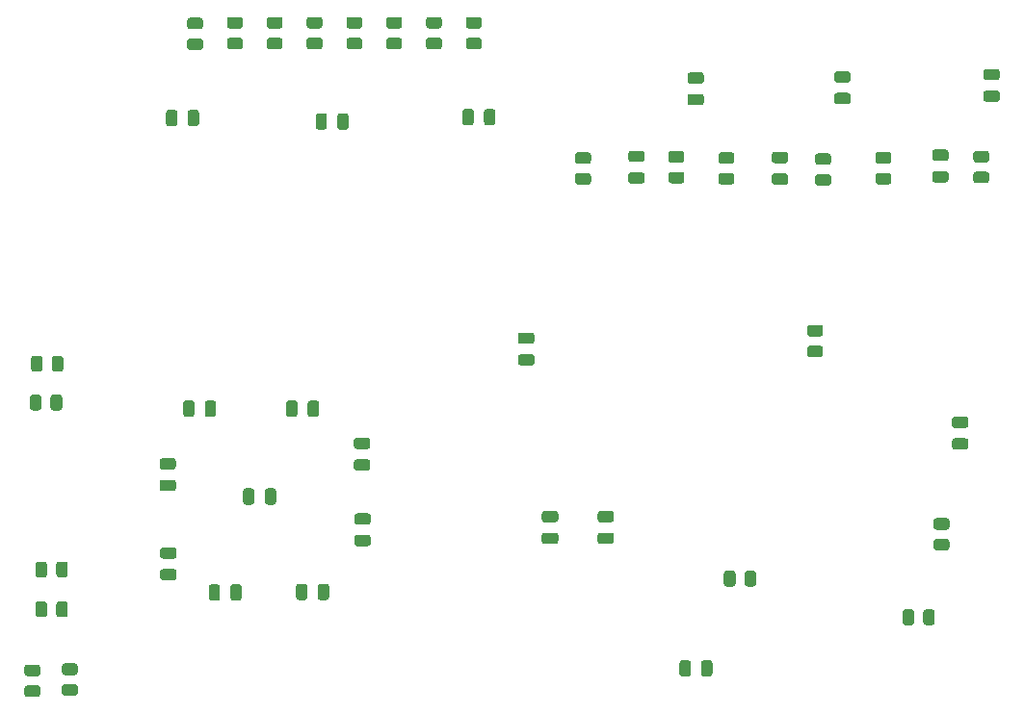
<source format=gbr>
%TF.GenerationSoftware,KiCad,Pcbnew,(5.1.10)-1*%
%TF.CreationDate,2022-03-07T13:38:47+08:00*%
%TF.ProjectId,MAX7000-GPU,4d415837-3030-4302-9d47-50552e6b6963,rev?*%
%TF.SameCoordinates,Original*%
%TF.FileFunction,Paste,Bot*%
%TF.FilePolarity,Positive*%
%FSLAX46Y46*%
G04 Gerber Fmt 4.6, Leading zero omitted, Abs format (unit mm)*
G04 Created by KiCad (PCBNEW (5.1.10)-1) date 2022-03-07 13:38:47*
%MOMM*%
%LPD*%
G01*
G04 APERTURE LIST*
G04 APERTURE END LIST*
%TO.C,R25*%
G36*
G01*
X227350001Y-54000000D02*
X226449999Y-54000000D01*
G75*
G02*
X226200000Y-53750001I0J249999D01*
G01*
X226200000Y-53224999D01*
G75*
G02*
X226449999Y-52975000I249999J0D01*
G01*
X227350001Y-52975000D01*
G75*
G02*
X227600000Y-53224999I0J-249999D01*
G01*
X227600000Y-53750001D01*
G75*
G02*
X227350001Y-54000000I-249999J0D01*
G01*
G37*
G36*
G01*
X227350001Y-55825000D02*
X226449999Y-55825000D01*
G75*
G02*
X226200000Y-55575001I0J249999D01*
G01*
X226200000Y-55049999D01*
G75*
G02*
X226449999Y-54800000I249999J0D01*
G01*
X227350001Y-54800000D01*
G75*
G02*
X227600000Y-55049999I0J-249999D01*
G01*
X227600000Y-55575001D01*
G75*
G02*
X227350001Y-55825000I-249999J0D01*
G01*
G37*
%TD*%
%TO.C,R24*%
G36*
G01*
X223850001Y-54000000D02*
X222949999Y-54000000D01*
G75*
G02*
X222700000Y-53750001I0J249999D01*
G01*
X222700000Y-53224999D01*
G75*
G02*
X222949999Y-52975000I249999J0D01*
G01*
X223850001Y-52975000D01*
G75*
G02*
X224100000Y-53224999I0J-249999D01*
G01*
X224100000Y-53750001D01*
G75*
G02*
X223850001Y-54000000I-249999J0D01*
G01*
G37*
G36*
G01*
X223850001Y-55825000D02*
X222949999Y-55825000D01*
G75*
G02*
X222700000Y-55575001I0J249999D01*
G01*
X222700000Y-55049999D01*
G75*
G02*
X222949999Y-54800000I249999J0D01*
G01*
X223850001Y-54800000D01*
G75*
G02*
X224100000Y-55049999I0J-249999D01*
G01*
X224100000Y-55575001D01*
G75*
G02*
X223850001Y-55825000I-249999J0D01*
G01*
G37*
%TD*%
%TO.C,R23*%
G36*
G01*
X220350001Y-54000000D02*
X219449999Y-54000000D01*
G75*
G02*
X219200000Y-53750001I0J249999D01*
G01*
X219200000Y-53224999D01*
G75*
G02*
X219449999Y-52975000I249999J0D01*
G01*
X220350001Y-52975000D01*
G75*
G02*
X220600000Y-53224999I0J-249999D01*
G01*
X220600000Y-53750001D01*
G75*
G02*
X220350001Y-54000000I-249999J0D01*
G01*
G37*
G36*
G01*
X220350001Y-55825000D02*
X219449999Y-55825000D01*
G75*
G02*
X219200000Y-55575001I0J249999D01*
G01*
X219200000Y-55049999D01*
G75*
G02*
X219449999Y-54800000I249999J0D01*
G01*
X220350001Y-54800000D01*
G75*
G02*
X220600000Y-55049999I0J-249999D01*
G01*
X220600000Y-55575001D01*
G75*
G02*
X220350001Y-55825000I-249999J0D01*
G01*
G37*
%TD*%
%TO.C,R22*%
G36*
G01*
X216850001Y-54000000D02*
X215949999Y-54000000D01*
G75*
G02*
X215700000Y-53750001I0J249999D01*
G01*
X215700000Y-53224999D01*
G75*
G02*
X215949999Y-52975000I249999J0D01*
G01*
X216850001Y-52975000D01*
G75*
G02*
X217100000Y-53224999I0J-249999D01*
G01*
X217100000Y-53750001D01*
G75*
G02*
X216850001Y-54000000I-249999J0D01*
G01*
G37*
G36*
G01*
X216850001Y-55825000D02*
X215949999Y-55825000D01*
G75*
G02*
X215700000Y-55575001I0J249999D01*
G01*
X215700000Y-55049999D01*
G75*
G02*
X215949999Y-54800000I249999J0D01*
G01*
X216850001Y-54800000D01*
G75*
G02*
X217100000Y-55049999I0J-249999D01*
G01*
X217100000Y-55575001D01*
G75*
G02*
X216850001Y-55825000I-249999J0D01*
G01*
G37*
%TD*%
%TO.C,R21*%
G36*
G01*
X213350001Y-54000000D02*
X212449999Y-54000000D01*
G75*
G02*
X212200000Y-53750001I0J249999D01*
G01*
X212200000Y-53224999D01*
G75*
G02*
X212449999Y-52975000I249999J0D01*
G01*
X213350001Y-52975000D01*
G75*
G02*
X213600000Y-53224999I0J-249999D01*
G01*
X213600000Y-53750001D01*
G75*
G02*
X213350001Y-54000000I-249999J0D01*
G01*
G37*
G36*
G01*
X213350001Y-55825000D02*
X212449999Y-55825000D01*
G75*
G02*
X212200000Y-55575001I0J249999D01*
G01*
X212200000Y-55049999D01*
G75*
G02*
X212449999Y-54800000I249999J0D01*
G01*
X213350001Y-54800000D01*
G75*
G02*
X213600000Y-55049999I0J-249999D01*
G01*
X213600000Y-55575001D01*
G75*
G02*
X213350001Y-55825000I-249999J0D01*
G01*
G37*
%TD*%
%TO.C,R20*%
G36*
G01*
X209850001Y-54000000D02*
X208949999Y-54000000D01*
G75*
G02*
X208700000Y-53750001I0J249999D01*
G01*
X208700000Y-53224999D01*
G75*
G02*
X208949999Y-52975000I249999J0D01*
G01*
X209850001Y-52975000D01*
G75*
G02*
X210100000Y-53224999I0J-249999D01*
G01*
X210100000Y-53750001D01*
G75*
G02*
X209850001Y-54000000I-249999J0D01*
G01*
G37*
G36*
G01*
X209850001Y-55825000D02*
X208949999Y-55825000D01*
G75*
G02*
X208700000Y-55575001I0J249999D01*
G01*
X208700000Y-55049999D01*
G75*
G02*
X208949999Y-54800000I249999J0D01*
G01*
X209850001Y-54800000D01*
G75*
G02*
X210100000Y-55049999I0J-249999D01*
G01*
X210100000Y-55575001D01*
G75*
G02*
X209850001Y-55825000I-249999J0D01*
G01*
G37*
%TD*%
%TO.C,R19*%
G36*
G01*
X188550001Y-110988000D02*
X187649999Y-110988000D01*
G75*
G02*
X187400000Y-110738001I0J249999D01*
G01*
X187400000Y-110212999D01*
G75*
G02*
X187649999Y-109963000I249999J0D01*
G01*
X188550001Y-109963000D01*
G75*
G02*
X188800000Y-110212999I0J-249999D01*
G01*
X188800000Y-110738001D01*
G75*
G02*
X188550001Y-110988000I-249999J0D01*
G01*
G37*
G36*
G01*
X188550001Y-112813000D02*
X187649999Y-112813000D01*
G75*
G02*
X187400000Y-112563001I0J249999D01*
G01*
X187400000Y-112037999D01*
G75*
G02*
X187649999Y-111788000I249999J0D01*
G01*
X188550001Y-111788000D01*
G75*
G02*
X188800000Y-112037999I0J-249999D01*
G01*
X188800000Y-112563001D01*
G75*
G02*
X188550001Y-112813000I-249999J0D01*
G01*
G37*
%TD*%
%TO.C,R18*%
G36*
G01*
X191850001Y-110888000D02*
X190949999Y-110888000D01*
G75*
G02*
X190700000Y-110638001I0J249999D01*
G01*
X190700000Y-110112999D01*
G75*
G02*
X190949999Y-109863000I249999J0D01*
G01*
X191850001Y-109863000D01*
G75*
G02*
X192100000Y-110112999I0J-249999D01*
G01*
X192100000Y-110638001D01*
G75*
G02*
X191850001Y-110888000I-249999J0D01*
G01*
G37*
G36*
G01*
X191850001Y-112713000D02*
X190949999Y-112713000D01*
G75*
G02*
X190700000Y-112463001I0J249999D01*
G01*
X190700000Y-111937999D01*
G75*
G02*
X190949999Y-111688000I249999J0D01*
G01*
X191850001Y-111688000D01*
G75*
G02*
X192100000Y-111937999I0J-249999D01*
G01*
X192100000Y-112463001D01*
G75*
G02*
X191850001Y-112713000I-249999J0D01*
G01*
G37*
%TD*%
%TO.C,R17*%
G36*
G01*
X206350001Y-54000000D02*
X205449999Y-54000000D01*
G75*
G02*
X205200000Y-53750001I0J249999D01*
G01*
X205200000Y-53224999D01*
G75*
G02*
X205449999Y-52975000I249999J0D01*
G01*
X206350001Y-52975000D01*
G75*
G02*
X206600000Y-53224999I0J-249999D01*
G01*
X206600000Y-53750001D01*
G75*
G02*
X206350001Y-54000000I-249999J0D01*
G01*
G37*
G36*
G01*
X206350001Y-55825000D02*
X205449999Y-55825000D01*
G75*
G02*
X205200000Y-55575001I0J249999D01*
G01*
X205200000Y-55049999D01*
G75*
G02*
X205449999Y-54800000I249999J0D01*
G01*
X206350001Y-54800000D01*
G75*
G02*
X206600000Y-55049999I0J-249999D01*
G01*
X206600000Y-55575001D01*
G75*
G02*
X206350001Y-55825000I-249999J0D01*
G01*
G37*
%TD*%
%TO.C,R16*%
G36*
G01*
X189400000Y-104649999D02*
X189400000Y-105550001D01*
G75*
G02*
X189150001Y-105800000I-249999J0D01*
G01*
X188624999Y-105800000D01*
G75*
G02*
X188375000Y-105550001I0J249999D01*
G01*
X188375000Y-104649999D01*
G75*
G02*
X188624999Y-104400000I249999J0D01*
G01*
X189150001Y-104400000D01*
G75*
G02*
X189400000Y-104649999I0J-249999D01*
G01*
G37*
G36*
G01*
X191225000Y-104649999D02*
X191225000Y-105550001D01*
G75*
G02*
X190975001Y-105800000I-249999J0D01*
G01*
X190449999Y-105800000D01*
G75*
G02*
X190200000Y-105550001I0J249999D01*
G01*
X190200000Y-104649999D01*
G75*
G02*
X190449999Y-104400000I249999J0D01*
G01*
X190975001Y-104400000D01*
G75*
G02*
X191225000Y-104649999I0J-249999D01*
G01*
G37*
%TD*%
%TO.C,R15*%
G36*
G01*
X189400000Y-101149999D02*
X189400000Y-102050001D01*
G75*
G02*
X189150001Y-102300000I-249999J0D01*
G01*
X188624999Y-102300000D01*
G75*
G02*
X188375000Y-102050001I0J249999D01*
G01*
X188375000Y-101149999D01*
G75*
G02*
X188624999Y-100900000I249999J0D01*
G01*
X189150001Y-100900000D01*
G75*
G02*
X189400000Y-101149999I0J-249999D01*
G01*
G37*
G36*
G01*
X191225000Y-101149999D02*
X191225000Y-102050001D01*
G75*
G02*
X190975001Y-102300000I-249999J0D01*
G01*
X190449999Y-102300000D01*
G75*
G02*
X190200000Y-102050001I0J249999D01*
G01*
X190200000Y-101149999D01*
G75*
G02*
X190449999Y-100900000I249999J0D01*
G01*
X190975001Y-100900000D01*
G75*
G02*
X191225000Y-101149999I0J-249999D01*
G01*
G37*
%TD*%
%TO.C,R14*%
G36*
G01*
X189700000Y-87350001D02*
X189700000Y-86449999D01*
G75*
G02*
X189949999Y-86200000I249999J0D01*
G01*
X190475001Y-86200000D01*
G75*
G02*
X190725000Y-86449999I0J-249999D01*
G01*
X190725000Y-87350001D01*
G75*
G02*
X190475001Y-87600000I-249999J0D01*
G01*
X189949999Y-87600000D01*
G75*
G02*
X189700000Y-87350001I0J249999D01*
G01*
G37*
G36*
G01*
X187875000Y-87350001D02*
X187875000Y-86449999D01*
G75*
G02*
X188124999Y-86200000I249999J0D01*
G01*
X188650001Y-86200000D01*
G75*
G02*
X188900000Y-86449999I0J-249999D01*
G01*
X188900000Y-87350001D01*
G75*
G02*
X188650001Y-87600000I-249999J0D01*
G01*
X188124999Y-87600000D01*
G75*
G02*
X187875000Y-87350001I0J249999D01*
G01*
G37*
%TD*%
%TO.C,R13*%
G36*
G01*
X189800000Y-83950001D02*
X189800000Y-83049999D01*
G75*
G02*
X190049999Y-82800000I249999J0D01*
G01*
X190575001Y-82800000D01*
G75*
G02*
X190825000Y-83049999I0J-249999D01*
G01*
X190825000Y-83950001D01*
G75*
G02*
X190575001Y-84200000I-249999J0D01*
G01*
X190049999Y-84200000D01*
G75*
G02*
X189800000Y-83950001I0J249999D01*
G01*
G37*
G36*
G01*
X187975000Y-83950001D02*
X187975000Y-83049999D01*
G75*
G02*
X188224999Y-82800000I249999J0D01*
G01*
X188750001Y-82800000D01*
G75*
G02*
X189000000Y-83049999I0J-249999D01*
G01*
X189000000Y-83950001D01*
G75*
G02*
X188750001Y-84200000I-249999J0D01*
G01*
X188224999Y-84200000D01*
G75*
G02*
X187975000Y-83950001I0J249999D01*
G01*
G37*
%TD*%
%TO.C,R12*%
G36*
G01*
X202850001Y-54062500D02*
X201949999Y-54062500D01*
G75*
G02*
X201700000Y-53812501I0J249999D01*
G01*
X201700000Y-53287499D01*
G75*
G02*
X201949999Y-53037500I249999J0D01*
G01*
X202850001Y-53037500D01*
G75*
G02*
X203100000Y-53287499I0J-249999D01*
G01*
X203100000Y-53812501D01*
G75*
G02*
X202850001Y-54062500I-249999J0D01*
G01*
G37*
G36*
G01*
X202850001Y-55887500D02*
X201949999Y-55887500D01*
G75*
G02*
X201700000Y-55637501I0J249999D01*
G01*
X201700000Y-55112499D01*
G75*
G02*
X201949999Y-54862500I249999J0D01*
G01*
X202850001Y-54862500D01*
G75*
G02*
X203100000Y-55112499I0J-249999D01*
G01*
X203100000Y-55637501D01*
G75*
G02*
X202850001Y-55887500I-249999J0D01*
G01*
G37*
%TD*%
%TO.C,R11*%
G36*
G01*
X271049999Y-66587500D02*
X271950001Y-66587500D01*
G75*
G02*
X272200000Y-66837499I0J-249999D01*
G01*
X272200000Y-67362501D01*
G75*
G02*
X271950001Y-67612500I-249999J0D01*
G01*
X271049999Y-67612500D01*
G75*
G02*
X270800000Y-67362501I0J249999D01*
G01*
X270800000Y-66837499D01*
G75*
G02*
X271049999Y-66587500I249999J0D01*
G01*
G37*
G36*
G01*
X271049999Y-64762500D02*
X271950001Y-64762500D01*
G75*
G02*
X272200000Y-65012499I0J-249999D01*
G01*
X272200000Y-65537501D01*
G75*
G02*
X271950001Y-65787500I-249999J0D01*
G01*
X271049999Y-65787500D01*
G75*
G02*
X270800000Y-65537501I0J249999D01*
G01*
X270800000Y-65012499D01*
G75*
G02*
X271049999Y-64762500I249999J0D01*
G01*
G37*
%TD*%
%TO.C,R10*%
G36*
G01*
X265600000Y-105349999D02*
X265600000Y-106250001D01*
G75*
G02*
X265350001Y-106500000I-249999J0D01*
G01*
X264824999Y-106500000D01*
G75*
G02*
X264575000Y-106250001I0J249999D01*
G01*
X264575000Y-105349999D01*
G75*
G02*
X264824999Y-105100000I249999J0D01*
G01*
X265350001Y-105100000D01*
G75*
G02*
X265600000Y-105349999I0J-249999D01*
G01*
G37*
G36*
G01*
X267425000Y-105349999D02*
X267425000Y-106250001D01*
G75*
G02*
X267175001Y-106500000I-249999J0D01*
G01*
X266649999Y-106500000D01*
G75*
G02*
X266400000Y-106250001I0J249999D01*
G01*
X266400000Y-105349999D01*
G75*
G02*
X266649999Y-105100000I249999J0D01*
G01*
X267175001Y-105100000D01*
G75*
G02*
X267425000Y-105349999I0J-249999D01*
G01*
G37*
%TD*%
%TO.C,R9*%
G36*
G01*
X262449999Y-66687500D02*
X263350001Y-66687500D01*
G75*
G02*
X263600000Y-66937499I0J-249999D01*
G01*
X263600000Y-67462501D01*
G75*
G02*
X263350001Y-67712500I-249999J0D01*
G01*
X262449999Y-67712500D01*
G75*
G02*
X262200000Y-67462501I0J249999D01*
G01*
X262200000Y-66937499D01*
G75*
G02*
X262449999Y-66687500I249999J0D01*
G01*
G37*
G36*
G01*
X262449999Y-64862500D02*
X263350001Y-64862500D01*
G75*
G02*
X263600000Y-65112499I0J-249999D01*
G01*
X263600000Y-65637501D01*
G75*
G02*
X263350001Y-65887500I-249999J0D01*
G01*
X262449999Y-65887500D01*
G75*
G02*
X262200000Y-65637501I0J249999D01*
G01*
X262200000Y-65112499D01*
G75*
G02*
X262449999Y-64862500I249999J0D01*
G01*
G37*
%TD*%
%TO.C,R8*%
G36*
G01*
X257350001Y-81100000D02*
X256449999Y-81100000D01*
G75*
G02*
X256200000Y-80850001I0J249999D01*
G01*
X256200000Y-80324999D01*
G75*
G02*
X256449999Y-80075000I249999J0D01*
G01*
X257350001Y-80075000D01*
G75*
G02*
X257600000Y-80324999I0J-249999D01*
G01*
X257600000Y-80850001D01*
G75*
G02*
X257350001Y-81100000I-249999J0D01*
G01*
G37*
G36*
G01*
X257350001Y-82925000D02*
X256449999Y-82925000D01*
G75*
G02*
X256200000Y-82675001I0J249999D01*
G01*
X256200000Y-82149999D01*
G75*
G02*
X256449999Y-81900000I249999J0D01*
G01*
X257350001Y-81900000D01*
G75*
G02*
X257600000Y-82149999I0J-249999D01*
G01*
X257600000Y-82675001D01*
G75*
G02*
X257350001Y-82925000I-249999J0D01*
G01*
G37*
%TD*%
%TO.C,R7*%
G36*
G01*
X257149999Y-66800000D02*
X258050001Y-66800000D01*
G75*
G02*
X258300000Y-67049999I0J-249999D01*
G01*
X258300000Y-67575001D01*
G75*
G02*
X258050001Y-67825000I-249999J0D01*
G01*
X257149999Y-67825000D01*
G75*
G02*
X256900000Y-67575001I0J249999D01*
G01*
X256900000Y-67049999D01*
G75*
G02*
X257149999Y-66800000I249999J0D01*
G01*
G37*
G36*
G01*
X257149999Y-64975000D02*
X258050001Y-64975000D01*
G75*
G02*
X258300000Y-65224999I0J-249999D01*
G01*
X258300000Y-65750001D01*
G75*
G02*
X258050001Y-66000000I-249999J0D01*
G01*
X257149999Y-66000000D01*
G75*
G02*
X256900000Y-65750001I0J249999D01*
G01*
X256900000Y-65224999D01*
G75*
G02*
X257149999Y-64975000I249999J0D01*
G01*
G37*
%TD*%
%TO.C,R6*%
G36*
G01*
X268450001Y-98100000D02*
X267549999Y-98100000D01*
G75*
G02*
X267300000Y-97850001I0J249999D01*
G01*
X267300000Y-97324999D01*
G75*
G02*
X267549999Y-97075000I249999J0D01*
G01*
X268450001Y-97075000D01*
G75*
G02*
X268700000Y-97324999I0J-249999D01*
G01*
X268700000Y-97850001D01*
G75*
G02*
X268450001Y-98100000I-249999J0D01*
G01*
G37*
G36*
G01*
X268450001Y-99925000D02*
X267549999Y-99925000D01*
G75*
G02*
X267300000Y-99675001I0J249999D01*
G01*
X267300000Y-99149999D01*
G75*
G02*
X267549999Y-98900000I249999J0D01*
G01*
X268450001Y-98900000D01*
G75*
G02*
X268700000Y-99149999I0J-249999D01*
G01*
X268700000Y-99675001D01*
G75*
G02*
X268450001Y-99925000I-249999J0D01*
G01*
G37*
%TD*%
%TO.C,R5*%
G36*
G01*
X248649999Y-66712500D02*
X249550001Y-66712500D01*
G75*
G02*
X249800000Y-66962499I0J-249999D01*
G01*
X249800000Y-67487501D01*
G75*
G02*
X249550001Y-67737500I-249999J0D01*
G01*
X248649999Y-67737500D01*
G75*
G02*
X248400000Y-67487501I0J249999D01*
G01*
X248400000Y-66962499D01*
G75*
G02*
X248649999Y-66712500I249999J0D01*
G01*
G37*
G36*
G01*
X248649999Y-64887500D02*
X249550001Y-64887500D01*
G75*
G02*
X249800000Y-65137499I0J-249999D01*
G01*
X249800000Y-65662501D01*
G75*
G02*
X249550001Y-65912500I-249999J0D01*
G01*
X248649999Y-65912500D01*
G75*
G02*
X248400000Y-65662501I0J249999D01*
G01*
X248400000Y-65137499D01*
G75*
G02*
X248649999Y-64887500I249999J0D01*
G01*
G37*
%TD*%
%TO.C,R3*%
G36*
G01*
X244249999Y-66600000D02*
X245150001Y-66600000D01*
G75*
G02*
X245400000Y-66849999I0J-249999D01*
G01*
X245400000Y-67375001D01*
G75*
G02*
X245150001Y-67625000I-249999J0D01*
G01*
X244249999Y-67625000D01*
G75*
G02*
X244000000Y-67375001I0J249999D01*
G01*
X244000000Y-66849999D01*
G75*
G02*
X244249999Y-66600000I249999J0D01*
G01*
G37*
G36*
G01*
X244249999Y-64775000D02*
X245150001Y-64775000D01*
G75*
G02*
X245400000Y-65024999I0J-249999D01*
G01*
X245400000Y-65550001D01*
G75*
G02*
X245150001Y-65800000I-249999J0D01*
G01*
X244249999Y-65800000D01*
G75*
G02*
X244000000Y-65550001I0J249999D01*
G01*
X244000000Y-65024999D01*
G75*
G02*
X244249999Y-64775000I249999J0D01*
G01*
G37*
%TD*%
%TO.C,R2*%
G36*
G01*
X236049999Y-66712500D02*
X236950001Y-66712500D01*
G75*
G02*
X237200000Y-66962499I0J-249999D01*
G01*
X237200000Y-67487501D01*
G75*
G02*
X236950001Y-67737500I-249999J0D01*
G01*
X236049999Y-67737500D01*
G75*
G02*
X235800000Y-67487501I0J249999D01*
G01*
X235800000Y-66962499D01*
G75*
G02*
X236049999Y-66712500I249999J0D01*
G01*
G37*
G36*
G01*
X236049999Y-64887500D02*
X236950001Y-64887500D01*
G75*
G02*
X237200000Y-65137499I0J-249999D01*
G01*
X237200000Y-65662501D01*
G75*
G02*
X236950001Y-65912500I-249999J0D01*
G01*
X236049999Y-65912500D01*
G75*
G02*
X235800000Y-65662501I0J249999D01*
G01*
X235800000Y-65137499D01*
G75*
G02*
X236049999Y-64887500I249999J0D01*
G01*
G37*
%TD*%
%TO.C,R1*%
G36*
G01*
X249900000Y-101949999D02*
X249900000Y-102850001D01*
G75*
G02*
X249650001Y-103100000I-249999J0D01*
G01*
X249124999Y-103100000D01*
G75*
G02*
X248875000Y-102850001I0J249999D01*
G01*
X248875000Y-101949999D01*
G75*
G02*
X249124999Y-101700000I249999J0D01*
G01*
X249650001Y-101700000D01*
G75*
G02*
X249900000Y-101949999I0J-249999D01*
G01*
G37*
G36*
G01*
X251725000Y-101949999D02*
X251725000Y-102850001D01*
G75*
G02*
X251475001Y-103100000I-249999J0D01*
G01*
X250949999Y-103100000D01*
G75*
G02*
X250700000Y-102850001I0J249999D01*
G01*
X250700000Y-101949999D01*
G75*
G02*
X250949999Y-101700000I249999J0D01*
G01*
X251475001Y-101700000D01*
G75*
G02*
X251725000Y-101949999I0J-249999D01*
G01*
G37*
%TD*%
%TO.C,C23*%
G36*
G01*
X267425000Y-66550000D02*
X268375000Y-66550000D01*
G75*
G02*
X268625000Y-66800000I0J-250000D01*
G01*
X268625000Y-67300000D01*
G75*
G02*
X268375000Y-67550000I-250000J0D01*
G01*
X267425000Y-67550000D01*
G75*
G02*
X267175000Y-67300000I0J250000D01*
G01*
X267175000Y-66800000D01*
G75*
G02*
X267425000Y-66550000I250000J0D01*
G01*
G37*
G36*
G01*
X267425000Y-64650000D02*
X268375000Y-64650000D01*
G75*
G02*
X268625000Y-64900000I0J-250000D01*
G01*
X268625000Y-65400000D01*
G75*
G02*
X268375000Y-65650000I-250000J0D01*
G01*
X267425000Y-65650000D01*
G75*
G02*
X267175000Y-65400000I0J250000D01*
G01*
X267175000Y-64900000D01*
G75*
G02*
X267425000Y-64650000I250000J0D01*
G01*
G37*
%TD*%
%TO.C,C22*%
G36*
G01*
X272875000Y-58550000D02*
X271925000Y-58550000D01*
G75*
G02*
X271675000Y-58300000I0J250000D01*
G01*
X271675000Y-57800000D01*
G75*
G02*
X271925000Y-57550000I250000J0D01*
G01*
X272875000Y-57550000D01*
G75*
G02*
X273125000Y-57800000I0J-250000D01*
G01*
X273125000Y-58300000D01*
G75*
G02*
X272875000Y-58550000I-250000J0D01*
G01*
G37*
G36*
G01*
X272875000Y-60450000D02*
X271925000Y-60450000D01*
G75*
G02*
X271675000Y-60200000I0J250000D01*
G01*
X271675000Y-59700000D01*
G75*
G02*
X271925000Y-59450000I250000J0D01*
G01*
X272875000Y-59450000D01*
G75*
G02*
X273125000Y-59700000I0J-250000D01*
G01*
X273125000Y-60200000D01*
G75*
G02*
X272875000Y-60450000I-250000J0D01*
G01*
G37*
%TD*%
%TO.C,C21*%
G36*
G01*
X253325000Y-66750000D02*
X254275000Y-66750000D01*
G75*
G02*
X254525000Y-67000000I0J-250000D01*
G01*
X254525000Y-67500000D01*
G75*
G02*
X254275000Y-67750000I-250000J0D01*
G01*
X253325000Y-67750000D01*
G75*
G02*
X253075000Y-67500000I0J250000D01*
G01*
X253075000Y-67000000D01*
G75*
G02*
X253325000Y-66750000I250000J0D01*
G01*
G37*
G36*
G01*
X253325000Y-64850000D02*
X254275000Y-64850000D01*
G75*
G02*
X254525000Y-65100000I0J-250000D01*
G01*
X254525000Y-65600000D01*
G75*
G02*
X254275000Y-65850000I-250000J0D01*
G01*
X253325000Y-65850000D01*
G75*
G02*
X253075000Y-65600000I0J250000D01*
G01*
X253075000Y-65100000D01*
G75*
G02*
X253325000Y-64850000I250000J0D01*
G01*
G37*
%TD*%
%TO.C,C20*%
G36*
G01*
X259775000Y-58750000D02*
X258825000Y-58750000D01*
G75*
G02*
X258575000Y-58500000I0J250000D01*
G01*
X258575000Y-58000000D01*
G75*
G02*
X258825000Y-57750000I250000J0D01*
G01*
X259775000Y-57750000D01*
G75*
G02*
X260025000Y-58000000I0J-250000D01*
G01*
X260025000Y-58500000D01*
G75*
G02*
X259775000Y-58750000I-250000J0D01*
G01*
G37*
G36*
G01*
X259775000Y-60650000D02*
X258825000Y-60650000D01*
G75*
G02*
X258575000Y-60400000I0J250000D01*
G01*
X258575000Y-59900000D01*
G75*
G02*
X258825000Y-59650000I250000J0D01*
G01*
X259775000Y-59650000D01*
G75*
G02*
X260025000Y-59900000I0J-250000D01*
G01*
X260025000Y-60400000D01*
G75*
G02*
X259775000Y-60650000I-250000J0D01*
G01*
G37*
%TD*%
%TO.C,C19*%
G36*
G01*
X234075000Y-97450000D02*
X233125000Y-97450000D01*
G75*
G02*
X232875000Y-97200000I0J250000D01*
G01*
X232875000Y-96700000D01*
G75*
G02*
X233125000Y-96450000I250000J0D01*
G01*
X234075000Y-96450000D01*
G75*
G02*
X234325000Y-96700000I0J-250000D01*
G01*
X234325000Y-97200000D01*
G75*
G02*
X234075000Y-97450000I-250000J0D01*
G01*
G37*
G36*
G01*
X234075000Y-99350000D02*
X233125000Y-99350000D01*
G75*
G02*
X232875000Y-99100000I0J250000D01*
G01*
X232875000Y-98600000D01*
G75*
G02*
X233125000Y-98350000I250000J0D01*
G01*
X234075000Y-98350000D01*
G75*
G02*
X234325000Y-98600000I0J-250000D01*
G01*
X234325000Y-99100000D01*
G75*
G02*
X234075000Y-99350000I-250000J0D01*
G01*
G37*
%TD*%
%TO.C,C18*%
G36*
G01*
X238975000Y-97450000D02*
X238025000Y-97450000D01*
G75*
G02*
X237775000Y-97200000I0J250000D01*
G01*
X237775000Y-96700000D01*
G75*
G02*
X238025000Y-96450000I250000J0D01*
G01*
X238975000Y-96450000D01*
G75*
G02*
X239225000Y-96700000I0J-250000D01*
G01*
X239225000Y-97200000D01*
G75*
G02*
X238975000Y-97450000I-250000J0D01*
G01*
G37*
G36*
G01*
X238975000Y-99350000D02*
X238025000Y-99350000D01*
G75*
G02*
X237775000Y-99100000I0J250000D01*
G01*
X237775000Y-98600000D01*
G75*
G02*
X238025000Y-98350000I250000J0D01*
G01*
X238975000Y-98350000D01*
G75*
G02*
X239225000Y-98600000I0J-250000D01*
G01*
X239225000Y-99100000D01*
G75*
G02*
X238975000Y-99350000I-250000J0D01*
G01*
G37*
%TD*%
%TO.C,C17*%
G36*
G01*
X240725000Y-66650000D02*
X241675000Y-66650000D01*
G75*
G02*
X241925000Y-66900000I0J-250000D01*
G01*
X241925000Y-67400000D01*
G75*
G02*
X241675000Y-67650000I-250000J0D01*
G01*
X240725000Y-67650000D01*
G75*
G02*
X240475000Y-67400000I0J250000D01*
G01*
X240475000Y-66900000D01*
G75*
G02*
X240725000Y-66650000I250000J0D01*
G01*
G37*
G36*
G01*
X240725000Y-64750000D02*
X241675000Y-64750000D01*
G75*
G02*
X241925000Y-65000000I0J-250000D01*
G01*
X241925000Y-65500000D01*
G75*
G02*
X241675000Y-65750000I-250000J0D01*
G01*
X240725000Y-65750000D01*
G75*
G02*
X240475000Y-65500000I0J250000D01*
G01*
X240475000Y-65000000D01*
G75*
G02*
X240725000Y-64750000I250000J0D01*
G01*
G37*
%TD*%
%TO.C,C16*%
G36*
G01*
X246875000Y-58850000D02*
X245925000Y-58850000D01*
G75*
G02*
X245675000Y-58600000I0J250000D01*
G01*
X245675000Y-58100000D01*
G75*
G02*
X245925000Y-57850000I250000J0D01*
G01*
X246875000Y-57850000D01*
G75*
G02*
X247125000Y-58100000I0J-250000D01*
G01*
X247125000Y-58600000D01*
G75*
G02*
X246875000Y-58850000I-250000J0D01*
G01*
G37*
G36*
G01*
X246875000Y-60750000D02*
X245925000Y-60750000D01*
G75*
G02*
X245675000Y-60500000I0J250000D01*
G01*
X245675000Y-60000000D01*
G75*
G02*
X245925000Y-59750000I250000J0D01*
G01*
X246875000Y-59750000D01*
G75*
G02*
X247125000Y-60000000I0J-250000D01*
G01*
X247125000Y-60500000D01*
G75*
G02*
X246875000Y-60750000I-250000J0D01*
G01*
G37*
%TD*%
%TO.C,C15*%
G36*
G01*
X246875000Y-110775000D02*
X246875000Y-109825000D01*
G75*
G02*
X247125000Y-109575000I250000J0D01*
G01*
X247625000Y-109575000D01*
G75*
G02*
X247875000Y-109825000I0J-250000D01*
G01*
X247875000Y-110775000D01*
G75*
G02*
X247625000Y-111025000I-250000J0D01*
G01*
X247125000Y-111025000D01*
G75*
G02*
X246875000Y-110775000I0J250000D01*
G01*
G37*
G36*
G01*
X244975000Y-110775000D02*
X244975000Y-109825000D01*
G75*
G02*
X245225000Y-109575000I250000J0D01*
G01*
X245725000Y-109575000D01*
G75*
G02*
X245975000Y-109825000I0J-250000D01*
G01*
X245975000Y-110775000D01*
G75*
G02*
X245725000Y-111025000I-250000J0D01*
G01*
X245225000Y-111025000D01*
G75*
G02*
X244975000Y-110775000I0J250000D01*
G01*
G37*
%TD*%
%TO.C,C14*%
G36*
G01*
X226900000Y-61325000D02*
X226900000Y-62275000D01*
G75*
G02*
X226650000Y-62525000I-250000J0D01*
G01*
X226150000Y-62525000D01*
G75*
G02*
X225900000Y-62275000I0J250000D01*
G01*
X225900000Y-61325000D01*
G75*
G02*
X226150000Y-61075000I250000J0D01*
G01*
X226650000Y-61075000D01*
G75*
G02*
X226900000Y-61325000I0J-250000D01*
G01*
G37*
G36*
G01*
X228800000Y-61325000D02*
X228800000Y-62275000D01*
G75*
G02*
X228550000Y-62525000I-250000J0D01*
G01*
X228050000Y-62525000D01*
G75*
G02*
X227800000Y-62275000I0J250000D01*
G01*
X227800000Y-61325000D01*
G75*
G02*
X228050000Y-61075000I250000J0D01*
G01*
X228550000Y-61075000D01*
G75*
G02*
X228800000Y-61325000I0J-250000D01*
G01*
G37*
%TD*%
%TO.C,C13*%
G36*
G01*
X231025000Y-82650000D02*
X231975000Y-82650000D01*
G75*
G02*
X232225000Y-82900000I0J-250000D01*
G01*
X232225000Y-83400000D01*
G75*
G02*
X231975000Y-83650000I-250000J0D01*
G01*
X231025000Y-83650000D01*
G75*
G02*
X230775000Y-83400000I0J250000D01*
G01*
X230775000Y-82900000D01*
G75*
G02*
X231025000Y-82650000I250000J0D01*
G01*
G37*
G36*
G01*
X231025000Y-80750000D02*
X231975000Y-80750000D01*
G75*
G02*
X232225000Y-81000000I0J-250000D01*
G01*
X232225000Y-81500000D01*
G75*
G02*
X231975000Y-81750000I-250000J0D01*
G01*
X231025000Y-81750000D01*
G75*
G02*
X230775000Y-81500000I0J250000D01*
G01*
X230775000Y-81000000D01*
G75*
G02*
X231025000Y-80750000I250000J0D01*
G01*
G37*
%TD*%
%TO.C,C12*%
G36*
G01*
X214000000Y-61700000D02*
X214000000Y-62650000D01*
G75*
G02*
X213750000Y-62900000I-250000J0D01*
G01*
X213250000Y-62900000D01*
G75*
G02*
X213000000Y-62650000I0J250000D01*
G01*
X213000000Y-61700000D01*
G75*
G02*
X213250000Y-61450000I250000J0D01*
G01*
X213750000Y-61450000D01*
G75*
G02*
X214000000Y-61700000I0J-250000D01*
G01*
G37*
G36*
G01*
X215900000Y-61700000D02*
X215900000Y-62650000D01*
G75*
G02*
X215650000Y-62900000I-250000J0D01*
G01*
X215150000Y-62900000D01*
G75*
G02*
X214900000Y-62650000I0J250000D01*
G01*
X214900000Y-61700000D01*
G75*
G02*
X215150000Y-61450000I250000J0D01*
G01*
X215650000Y-61450000D01*
G75*
G02*
X215900000Y-61700000I0J-250000D01*
G01*
G37*
%TD*%
%TO.C,C11*%
G36*
G01*
X200850000Y-61400000D02*
X200850000Y-62350000D01*
G75*
G02*
X200600000Y-62600000I-250000J0D01*
G01*
X200100000Y-62600000D01*
G75*
G02*
X199850000Y-62350000I0J250000D01*
G01*
X199850000Y-61400000D01*
G75*
G02*
X200100000Y-61150000I250000J0D01*
G01*
X200600000Y-61150000D01*
G75*
G02*
X200850000Y-61400000I0J-250000D01*
G01*
G37*
G36*
G01*
X202750000Y-61400000D02*
X202750000Y-62350000D01*
G75*
G02*
X202500000Y-62600000I-250000J0D01*
G01*
X202000000Y-62600000D01*
G75*
G02*
X201750000Y-62350000I0J250000D01*
G01*
X201750000Y-61400000D01*
G75*
G02*
X202000000Y-61150000I250000J0D01*
G01*
X202500000Y-61150000D01*
G75*
G02*
X202750000Y-61400000I0J-250000D01*
G01*
G37*
%TD*%
%TO.C,C10*%
G36*
G01*
X269175000Y-90050000D02*
X270125000Y-90050000D01*
G75*
G02*
X270375000Y-90300000I0J-250000D01*
G01*
X270375000Y-90800000D01*
G75*
G02*
X270125000Y-91050000I-250000J0D01*
G01*
X269175000Y-91050000D01*
G75*
G02*
X268925000Y-90800000I0J250000D01*
G01*
X268925000Y-90300000D01*
G75*
G02*
X269175000Y-90050000I250000J0D01*
G01*
G37*
G36*
G01*
X269175000Y-88150000D02*
X270125000Y-88150000D01*
G75*
G02*
X270375000Y-88400000I0J-250000D01*
G01*
X270375000Y-88900000D01*
G75*
G02*
X270125000Y-89150000I-250000J0D01*
G01*
X269175000Y-89150000D01*
G75*
G02*
X268925000Y-88900000I0J250000D01*
G01*
X268925000Y-88400000D01*
G75*
G02*
X269175000Y-88150000I250000J0D01*
G01*
G37*
%TD*%
%TO.C,C9*%
G36*
G01*
X217600000Y-97650000D02*
X216650000Y-97650000D01*
G75*
G02*
X216400000Y-97400000I0J250000D01*
G01*
X216400000Y-96900000D01*
G75*
G02*
X216650000Y-96650000I250000J0D01*
G01*
X217600000Y-96650000D01*
G75*
G02*
X217850000Y-96900000I0J-250000D01*
G01*
X217850000Y-97400000D01*
G75*
G02*
X217600000Y-97650000I-250000J0D01*
G01*
G37*
G36*
G01*
X217600000Y-99550000D02*
X216650000Y-99550000D01*
G75*
G02*
X216400000Y-99300000I0J250000D01*
G01*
X216400000Y-98800000D01*
G75*
G02*
X216650000Y-98550000I250000J0D01*
G01*
X217600000Y-98550000D01*
G75*
G02*
X217850000Y-98800000I0J-250000D01*
G01*
X217850000Y-99300000D01*
G75*
G02*
X217600000Y-99550000I-250000J0D01*
G01*
G37*
%TD*%
%TO.C,C8*%
G36*
G01*
X216600000Y-91900000D02*
X217550000Y-91900000D01*
G75*
G02*
X217800000Y-92150000I0J-250000D01*
G01*
X217800000Y-92650000D01*
G75*
G02*
X217550000Y-92900000I-250000J0D01*
G01*
X216600000Y-92900000D01*
G75*
G02*
X216350000Y-92650000I0J250000D01*
G01*
X216350000Y-92150000D01*
G75*
G02*
X216600000Y-91900000I250000J0D01*
G01*
G37*
G36*
G01*
X216600000Y-90000000D02*
X217550000Y-90000000D01*
G75*
G02*
X217800000Y-90250000I0J-250000D01*
G01*
X217800000Y-90750000D01*
G75*
G02*
X217550000Y-91000000I-250000J0D01*
G01*
X216600000Y-91000000D01*
G75*
G02*
X216350000Y-90750000I0J250000D01*
G01*
X216350000Y-90250000D01*
G75*
G02*
X216600000Y-90000000I250000J0D01*
G01*
G37*
%TD*%
%TO.C,C7*%
G36*
G01*
X212275000Y-103100000D02*
X212275000Y-104050000D01*
G75*
G02*
X212025000Y-104300000I-250000J0D01*
G01*
X211525000Y-104300000D01*
G75*
G02*
X211275000Y-104050000I0J250000D01*
G01*
X211275000Y-103100000D01*
G75*
G02*
X211525000Y-102850000I250000J0D01*
G01*
X212025000Y-102850000D01*
G75*
G02*
X212275000Y-103100000I0J-250000D01*
G01*
G37*
G36*
G01*
X214175000Y-103100000D02*
X214175000Y-104050000D01*
G75*
G02*
X213925000Y-104300000I-250000J0D01*
G01*
X213425000Y-104300000D01*
G75*
G02*
X213175000Y-104050000I0J250000D01*
G01*
X213175000Y-103100000D01*
G75*
G02*
X213425000Y-102850000I250000J0D01*
G01*
X213925000Y-102850000D01*
G75*
G02*
X214175000Y-103100000I0J-250000D01*
G01*
G37*
%TD*%
%TO.C,C6*%
G36*
G01*
X205500000Y-104100000D02*
X205500000Y-103150000D01*
G75*
G02*
X205750000Y-102900000I250000J0D01*
G01*
X206250000Y-102900000D01*
G75*
G02*
X206500000Y-103150000I0J-250000D01*
G01*
X206500000Y-104100000D01*
G75*
G02*
X206250000Y-104350000I-250000J0D01*
G01*
X205750000Y-104350000D01*
G75*
G02*
X205500000Y-104100000I0J250000D01*
G01*
G37*
G36*
G01*
X203600000Y-104100000D02*
X203600000Y-103150000D01*
G75*
G02*
X203850000Y-102900000I250000J0D01*
G01*
X204350000Y-102900000D01*
G75*
G02*
X204600000Y-103150000I0J-250000D01*
G01*
X204600000Y-104100000D01*
G75*
G02*
X204350000Y-104350000I-250000J0D01*
G01*
X203850000Y-104350000D01*
G75*
G02*
X203600000Y-104100000I0J250000D01*
G01*
G37*
%TD*%
%TO.C,C5*%
G36*
G01*
X200525000Y-100650000D02*
X199575000Y-100650000D01*
G75*
G02*
X199325000Y-100400000I0J250000D01*
G01*
X199325000Y-99900000D01*
G75*
G02*
X199575000Y-99650000I250000J0D01*
G01*
X200525000Y-99650000D01*
G75*
G02*
X200775000Y-99900000I0J-250000D01*
G01*
X200775000Y-100400000D01*
G75*
G02*
X200525000Y-100650000I-250000J0D01*
G01*
G37*
G36*
G01*
X200525000Y-102550000D02*
X199575000Y-102550000D01*
G75*
G02*
X199325000Y-102300000I0J250000D01*
G01*
X199325000Y-101800000D01*
G75*
G02*
X199575000Y-101550000I250000J0D01*
G01*
X200525000Y-101550000D01*
G75*
G02*
X200775000Y-101800000I0J-250000D01*
G01*
X200775000Y-102300000D01*
G75*
G02*
X200525000Y-102550000I-250000J0D01*
G01*
G37*
%TD*%
%TO.C,C4*%
G36*
G01*
X199525000Y-93700000D02*
X200475000Y-93700000D01*
G75*
G02*
X200725000Y-93950000I0J-250000D01*
G01*
X200725000Y-94450000D01*
G75*
G02*
X200475000Y-94700000I-250000J0D01*
G01*
X199525000Y-94700000D01*
G75*
G02*
X199275000Y-94450000I0J250000D01*
G01*
X199275000Y-93950000D01*
G75*
G02*
X199525000Y-93700000I250000J0D01*
G01*
G37*
G36*
G01*
X199525000Y-91800000D02*
X200475000Y-91800000D01*
G75*
G02*
X200725000Y-92050000I0J-250000D01*
G01*
X200725000Y-92550000D01*
G75*
G02*
X200475000Y-92800000I-250000J0D01*
G01*
X199525000Y-92800000D01*
G75*
G02*
X199275000Y-92550000I0J250000D01*
G01*
X199275000Y-92050000D01*
G75*
G02*
X199525000Y-91800000I250000J0D01*
G01*
G37*
%TD*%
%TO.C,C3*%
G36*
G01*
X211400000Y-86975000D02*
X211400000Y-87925000D01*
G75*
G02*
X211150000Y-88175000I-250000J0D01*
G01*
X210650000Y-88175000D01*
G75*
G02*
X210400000Y-87925000I0J250000D01*
G01*
X210400000Y-86975000D01*
G75*
G02*
X210650000Y-86725000I250000J0D01*
G01*
X211150000Y-86725000D01*
G75*
G02*
X211400000Y-86975000I0J-250000D01*
G01*
G37*
G36*
G01*
X213300000Y-86975000D02*
X213300000Y-87925000D01*
G75*
G02*
X213050000Y-88175000I-250000J0D01*
G01*
X212550000Y-88175000D01*
G75*
G02*
X212300000Y-87925000I0J250000D01*
G01*
X212300000Y-86975000D01*
G75*
G02*
X212550000Y-86725000I250000J0D01*
G01*
X213050000Y-86725000D01*
G75*
G02*
X213300000Y-86975000I0J-250000D01*
G01*
G37*
%TD*%
%TO.C,C2*%
G36*
G01*
X203250000Y-87925000D02*
X203250000Y-86975000D01*
G75*
G02*
X203500000Y-86725000I250000J0D01*
G01*
X204000000Y-86725000D01*
G75*
G02*
X204250000Y-86975000I0J-250000D01*
G01*
X204250000Y-87925000D01*
G75*
G02*
X204000000Y-88175000I-250000J0D01*
G01*
X203500000Y-88175000D01*
G75*
G02*
X203250000Y-87925000I0J250000D01*
G01*
G37*
G36*
G01*
X201350000Y-87925000D02*
X201350000Y-86975000D01*
G75*
G02*
X201600000Y-86725000I250000J0D01*
G01*
X202100000Y-86725000D01*
G75*
G02*
X202350000Y-86975000I0J-250000D01*
G01*
X202350000Y-87925000D01*
G75*
G02*
X202100000Y-88175000I-250000J0D01*
G01*
X201600000Y-88175000D01*
G75*
G02*
X201350000Y-87925000I0J250000D01*
G01*
G37*
%TD*%
%TO.C,C1*%
G36*
G01*
X208525000Y-95650000D02*
X208525000Y-94700000D01*
G75*
G02*
X208775000Y-94450000I250000J0D01*
G01*
X209275000Y-94450000D01*
G75*
G02*
X209525000Y-94700000I0J-250000D01*
G01*
X209525000Y-95650000D01*
G75*
G02*
X209275000Y-95900000I-250000J0D01*
G01*
X208775000Y-95900000D01*
G75*
G02*
X208525000Y-95650000I0J250000D01*
G01*
G37*
G36*
G01*
X206625000Y-95650000D02*
X206625000Y-94700000D01*
G75*
G02*
X206875000Y-94450000I250000J0D01*
G01*
X207375000Y-94450000D01*
G75*
G02*
X207625000Y-94700000I0J-250000D01*
G01*
X207625000Y-95650000D01*
G75*
G02*
X207375000Y-95900000I-250000J0D01*
G01*
X206875000Y-95900000D01*
G75*
G02*
X206625000Y-95650000I0J250000D01*
G01*
G37*
%TD*%
M02*

</source>
